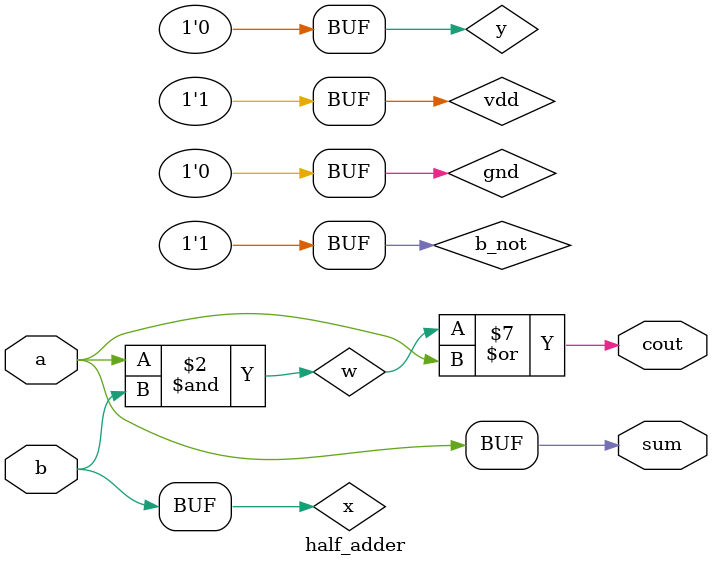
<source format=v>
module half_adder( 
input a, b,
output cout, sum );
wire x,y,b_not;
wire w;
supply1 vdd;
supply0 gnd;

//If an input is 0, reverse its complement to be 1. 
assign gnd = 1'b1;
assign vdd = 1'b0;

//Create a 1 bit variable
assign b_not = 1'b1;
assign x = (b_not & b);
assign w = (a & x);
assign y = (b & (~b_not));
assign sum = (a ^ x & y);
assign cout = (w | sum);
endmodule

</source>
